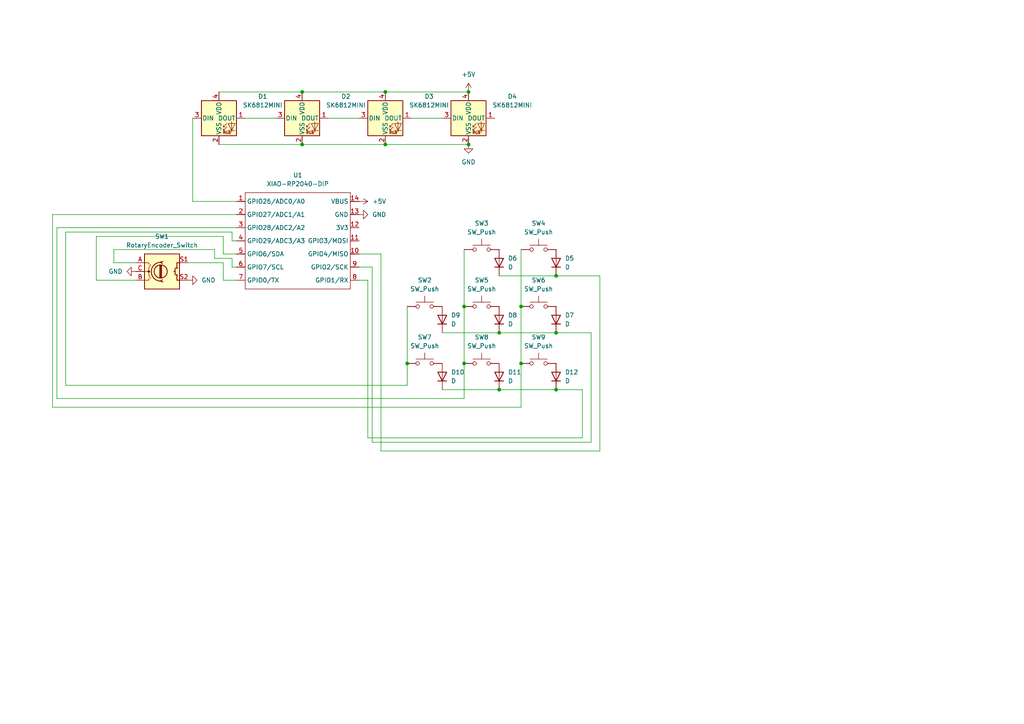
<source format=kicad_sch>
(kicad_sch
	(version 20231120)
	(generator "eeschema")
	(generator_version "8.0")
	(uuid "aaa4a536-375e-4fae-9297-9fe1145769bd")
	(paper "A4")
	(lib_symbols
		(symbol "Device:D"
			(pin_numbers hide)
			(pin_names
				(offset 1.016) hide)
			(exclude_from_sim no)
			(in_bom yes)
			(on_board yes)
			(property "Reference" "D"
				(at 0 2.54 0)
				(effects
					(font
						(size 1.27 1.27)
					)
				)
			)
			(property "Value" "D"
				(at 0 -2.54 0)
				(effects
					(font
						(size 1.27 1.27)
					)
				)
			)
			(property "Footprint" ""
				(at 0 0 0)
				(effects
					(font
						(size 1.27 1.27)
					)
					(hide yes)
				)
			)
			(property "Datasheet" "~"
				(at 0 0 0)
				(effects
					(font
						(size 1.27 1.27)
					)
					(hide yes)
				)
			)
			(property "Description" "Diode"
				(at 0 0 0)
				(effects
					(font
						(size 1.27 1.27)
					)
					(hide yes)
				)
			)
			(property "Sim.Device" "D"
				(at 0 0 0)
				(effects
					(font
						(size 1.27 1.27)
					)
					(hide yes)
				)
			)
			(property "Sim.Pins" "1=K 2=A"
				(at 0 0 0)
				(effects
					(font
						(size 1.27 1.27)
					)
					(hide yes)
				)
			)
			(property "ki_keywords" "diode"
				(at 0 0 0)
				(effects
					(font
						(size 1.27 1.27)
					)
					(hide yes)
				)
			)
			(property "ki_fp_filters" "TO-???* *_Diode_* *SingleDiode* D_*"
				(at 0 0 0)
				(effects
					(font
						(size 1.27 1.27)
					)
					(hide yes)
				)
			)
			(symbol "D_0_1"
				(polyline
					(pts
						(xy -1.27 1.27) (xy -1.27 -1.27)
					)
					(stroke
						(width 0.254)
						(type default)
					)
					(fill
						(type none)
					)
				)
				(polyline
					(pts
						(xy 1.27 0) (xy -1.27 0)
					)
					(stroke
						(width 0)
						(type default)
					)
					(fill
						(type none)
					)
				)
				(polyline
					(pts
						(xy 1.27 1.27) (xy 1.27 -1.27) (xy -1.27 0) (xy 1.27 1.27)
					)
					(stroke
						(width 0.254)
						(type default)
					)
					(fill
						(type none)
					)
				)
			)
			(symbol "D_1_1"
				(pin passive line
					(at -3.81 0 0)
					(length 2.54)
					(name "K"
						(effects
							(font
								(size 1.27 1.27)
							)
						)
					)
					(number "1"
						(effects
							(font
								(size 1.27 1.27)
							)
						)
					)
				)
				(pin passive line
					(at 3.81 0 180)
					(length 2.54)
					(name "A"
						(effects
							(font
								(size 1.27 1.27)
							)
						)
					)
					(number "2"
						(effects
							(font
								(size 1.27 1.27)
							)
						)
					)
				)
			)
		)
		(symbol "Device:RotaryEncoder_Switch"
			(pin_names
				(offset 0.254) hide)
			(exclude_from_sim no)
			(in_bom yes)
			(on_board yes)
			(property "Reference" "SW"
				(at 0 6.604 0)
				(effects
					(font
						(size 1.27 1.27)
					)
				)
			)
			(property "Value" "RotaryEncoder_Switch"
				(at 0 -6.604 0)
				(effects
					(font
						(size 1.27 1.27)
					)
				)
			)
			(property "Footprint" ""
				(at -3.81 4.064 0)
				(effects
					(font
						(size 1.27 1.27)
					)
					(hide yes)
				)
			)
			(property "Datasheet" "~"
				(at 0 6.604 0)
				(effects
					(font
						(size 1.27 1.27)
					)
					(hide yes)
				)
			)
			(property "Description" "Rotary encoder, dual channel, incremental quadrate outputs, with switch"
				(at 0 0 0)
				(effects
					(font
						(size 1.27 1.27)
					)
					(hide yes)
				)
			)
			(property "ki_keywords" "rotary switch encoder switch push button"
				(at 0 0 0)
				(effects
					(font
						(size 1.27 1.27)
					)
					(hide yes)
				)
			)
			(property "ki_fp_filters" "RotaryEncoder*Switch*"
				(at 0 0 0)
				(effects
					(font
						(size 1.27 1.27)
					)
					(hide yes)
				)
			)
			(symbol "RotaryEncoder_Switch_0_1"
				(rectangle
					(start -5.08 5.08)
					(end 5.08 -5.08)
					(stroke
						(width 0.254)
						(type default)
					)
					(fill
						(type background)
					)
				)
				(circle
					(center -3.81 0)
					(radius 0.254)
					(stroke
						(width 0)
						(type default)
					)
					(fill
						(type outline)
					)
				)
				(circle
					(center -0.381 0)
					(radius 1.905)
					(stroke
						(width 0.254)
						(type default)
					)
					(fill
						(type none)
					)
				)
				(arc
					(start -0.381 2.667)
					(mid -3.0988 -0.0635)
					(end -0.381 -2.794)
					(stroke
						(width 0.254)
						(type default)
					)
					(fill
						(type none)
					)
				)
				(polyline
					(pts
						(xy -0.635 -1.778) (xy -0.635 1.778)
					)
					(stroke
						(width 0.254)
						(type default)
					)
					(fill
						(type none)
					)
				)
				(polyline
					(pts
						(xy -0.381 -1.778) (xy -0.381 1.778)
					)
					(stroke
						(width 0.254)
						(type default)
					)
					(fill
						(type none)
					)
				)
				(polyline
					(pts
						(xy -0.127 1.778) (xy -0.127 -1.778)
					)
					(stroke
						(width 0.254)
						(type default)
					)
					(fill
						(type none)
					)
				)
				(polyline
					(pts
						(xy 3.81 0) (xy 3.429 0)
					)
					(stroke
						(width 0.254)
						(type default)
					)
					(fill
						(type none)
					)
				)
				(polyline
					(pts
						(xy 3.81 1.016) (xy 3.81 -1.016)
					)
					(stroke
						(width 0.254)
						(type default)
					)
					(fill
						(type none)
					)
				)
				(polyline
					(pts
						(xy -5.08 -2.54) (xy -3.81 -2.54) (xy -3.81 -2.032)
					)
					(stroke
						(width 0)
						(type default)
					)
					(fill
						(type none)
					)
				)
				(polyline
					(pts
						(xy -5.08 2.54) (xy -3.81 2.54) (xy -3.81 2.032)
					)
					(stroke
						(width 0)
						(type default)
					)
					(fill
						(type none)
					)
				)
				(polyline
					(pts
						(xy 0.254 -3.048) (xy -0.508 -2.794) (xy 0.127 -2.413)
					)
					(stroke
						(width 0.254)
						(type default)
					)
					(fill
						(type none)
					)
				)
				(polyline
					(pts
						(xy 0.254 2.921) (xy -0.508 2.667) (xy 0.127 2.286)
					)
					(stroke
						(width 0.254)
						(type default)
					)
					(fill
						(type none)
					)
				)
				(polyline
					(pts
						(xy 5.08 -2.54) (xy 4.318 -2.54) (xy 4.318 -1.016)
					)
					(stroke
						(width 0.254)
						(type default)
					)
					(fill
						(type none)
					)
				)
				(polyline
					(pts
						(xy 5.08 2.54) (xy 4.318 2.54) (xy 4.318 1.016)
					)
					(stroke
						(width 0.254)
						(type default)
					)
					(fill
						(type none)
					)
				)
				(polyline
					(pts
						(xy -5.08 0) (xy -3.81 0) (xy -3.81 -1.016) (xy -3.302 -2.032)
					)
					(stroke
						(width 0)
						(type default)
					)
					(fill
						(type none)
					)
				)
				(polyline
					(pts
						(xy -4.318 0) (xy -3.81 0) (xy -3.81 1.016) (xy -3.302 2.032)
					)
					(stroke
						(width 0)
						(type default)
					)
					(fill
						(type none)
					)
				)
				(circle
					(center 4.318 -1.016)
					(radius 0.127)
					(stroke
						(width 0.254)
						(type default)
					)
					(fill
						(type none)
					)
				)
				(circle
					(center 4.318 1.016)
					(radius 0.127)
					(stroke
						(width 0.254)
						(type default)
					)
					(fill
						(type none)
					)
				)
			)
			(symbol "RotaryEncoder_Switch_1_1"
				(pin passive line
					(at -7.62 2.54 0)
					(length 2.54)
					(name "A"
						(effects
							(font
								(size 1.27 1.27)
							)
						)
					)
					(number "A"
						(effects
							(font
								(size 1.27 1.27)
							)
						)
					)
				)
				(pin passive line
					(at -7.62 -2.54 0)
					(length 2.54)
					(name "B"
						(effects
							(font
								(size 1.27 1.27)
							)
						)
					)
					(number "B"
						(effects
							(font
								(size 1.27 1.27)
							)
						)
					)
				)
				(pin passive line
					(at -7.62 0 0)
					(length 2.54)
					(name "C"
						(effects
							(font
								(size 1.27 1.27)
							)
						)
					)
					(number "C"
						(effects
							(font
								(size 1.27 1.27)
							)
						)
					)
				)
				(pin passive line
					(at 7.62 2.54 180)
					(length 2.54)
					(name "S1"
						(effects
							(font
								(size 1.27 1.27)
							)
						)
					)
					(number "S1"
						(effects
							(font
								(size 1.27 1.27)
							)
						)
					)
				)
				(pin passive line
					(at 7.62 -2.54 180)
					(length 2.54)
					(name "S2"
						(effects
							(font
								(size 1.27 1.27)
							)
						)
					)
					(number "S2"
						(effects
							(font
								(size 1.27 1.27)
							)
						)
					)
				)
			)
		)
		(symbol "LED:SK6812MINI"
			(pin_names
				(offset 0.254)
			)
			(exclude_from_sim no)
			(in_bom yes)
			(on_board yes)
			(property "Reference" "D"
				(at 5.08 5.715 0)
				(effects
					(font
						(size 1.27 1.27)
					)
					(justify right bottom)
				)
			)
			(property "Value" "SK6812MINI"
				(at 1.27 -5.715 0)
				(effects
					(font
						(size 1.27 1.27)
					)
					(justify left top)
				)
			)
			(property "Footprint" "LED_SMD:LED_SK6812MINI_PLCC4_3.5x3.5mm_P1.75mm"
				(at 1.27 -7.62 0)
				(effects
					(font
						(size 1.27 1.27)
					)
					(justify left top)
					(hide yes)
				)
			)
			(property "Datasheet" "https://cdn-shop.adafruit.com/product-files/2686/SK6812MINI_REV.01-1-2.pdf"
				(at 2.54 -9.525 0)
				(effects
					(font
						(size 1.27 1.27)
					)
					(justify left top)
					(hide yes)
				)
			)
			(property "Description" "RGB LED with integrated controller"
				(at 0 0 0)
				(effects
					(font
						(size 1.27 1.27)
					)
					(hide yes)
				)
			)
			(property "ki_keywords" "RGB LED NeoPixel Mini addressable"
				(at 0 0 0)
				(effects
					(font
						(size 1.27 1.27)
					)
					(hide yes)
				)
			)
			(property "ki_fp_filters" "LED*SK6812MINI*PLCC*3.5x3.5mm*P1.75mm*"
				(at 0 0 0)
				(effects
					(font
						(size 1.27 1.27)
					)
					(hide yes)
				)
			)
			(symbol "SK6812MINI_0_0"
				(text "RGB"
					(at 2.286 -4.191 0)
					(effects
						(font
							(size 0.762 0.762)
						)
					)
				)
			)
			(symbol "SK6812MINI_0_1"
				(polyline
					(pts
						(xy 1.27 -3.556) (xy 1.778 -3.556)
					)
					(stroke
						(width 0)
						(type default)
					)
					(fill
						(type none)
					)
				)
				(polyline
					(pts
						(xy 1.27 -2.54) (xy 1.778 -2.54)
					)
					(stroke
						(width 0)
						(type default)
					)
					(fill
						(type none)
					)
				)
				(polyline
					(pts
						(xy 4.699 -3.556) (xy 2.667 -3.556)
					)
					(stroke
						(width 0)
						(type default)
					)
					(fill
						(type none)
					)
				)
				(polyline
					(pts
						(xy 2.286 -2.54) (xy 1.27 -3.556) (xy 1.27 -3.048)
					)
					(stroke
						(width 0)
						(type default)
					)
					(fill
						(type none)
					)
				)
				(polyline
					(pts
						(xy 2.286 -1.524) (xy 1.27 -2.54) (xy 1.27 -2.032)
					)
					(stroke
						(width 0)
						(type default)
					)
					(fill
						(type none)
					)
				)
				(polyline
					(pts
						(xy 3.683 -1.016) (xy 3.683 -3.556) (xy 3.683 -4.064)
					)
					(stroke
						(width 0)
						(type default)
					)
					(fill
						(type none)
					)
				)
				(polyline
					(pts
						(xy 4.699 -1.524) (xy 2.667 -1.524) (xy 3.683 -3.556) (xy 4.699 -1.524)
					)
					(stroke
						(width 0)
						(type default)
					)
					(fill
						(type none)
					)
				)
				(rectangle
					(start 5.08 5.08)
					(end -5.08 -5.08)
					(stroke
						(width 0.254)
						(type default)
					)
					(fill
						(type background)
					)
				)
			)
			(symbol "SK6812MINI_1_1"
				(pin output line
					(at 7.62 0 180)
					(length 2.54)
					(name "DOUT"
						(effects
							(font
								(size 1.27 1.27)
							)
						)
					)
					(number "1"
						(effects
							(font
								(size 1.27 1.27)
							)
						)
					)
				)
				(pin power_in line
					(at 0 -7.62 90)
					(length 2.54)
					(name "VSS"
						(effects
							(font
								(size 1.27 1.27)
							)
						)
					)
					(number "2"
						(effects
							(font
								(size 1.27 1.27)
							)
						)
					)
				)
				(pin input line
					(at -7.62 0 0)
					(length 2.54)
					(name "DIN"
						(effects
							(font
								(size 1.27 1.27)
							)
						)
					)
					(number "3"
						(effects
							(font
								(size 1.27 1.27)
							)
						)
					)
				)
				(pin power_in line
					(at 0 7.62 270)
					(length 2.54)
					(name "VDD"
						(effects
							(font
								(size 1.27 1.27)
							)
						)
					)
					(number "4"
						(effects
							(font
								(size 1.27 1.27)
							)
						)
					)
				)
			)
		)
		(symbol "Seeed_Studio_XIAO_Series:XIAO-RP2040-DIP"
			(exclude_from_sim no)
			(in_bom yes)
			(on_board yes)
			(property "Reference" "U"
				(at 0 0 0)
				(effects
					(font
						(size 1.27 1.27)
					)
				)
			)
			(property "Value" "XIAO-RP2040-DIP"
				(at 5.334 -1.778 0)
				(effects
					(font
						(size 1.27 1.27)
					)
				)
			)
			(property "Footprint" "Module:MOUDLE14P-XIAO-DIP-SMD"
				(at 14.478 -32.258 0)
				(effects
					(font
						(size 1.27 1.27)
					)
					(hide yes)
				)
			)
			(property "Datasheet" ""
				(at 0 0 0)
				(effects
					(font
						(size 1.27 1.27)
					)
					(hide yes)
				)
			)
			(property "Description" ""
				(at 0 0 0)
				(effects
					(font
						(size 1.27 1.27)
					)
					(hide yes)
				)
			)
			(symbol "XIAO-RP2040-DIP_1_0"
				(polyline
					(pts
						(xy -1.27 -30.48) (xy -1.27 -16.51)
					)
					(stroke
						(width 0.1524)
						(type solid)
					)
					(fill
						(type none)
					)
				)
				(polyline
					(pts
						(xy -1.27 -27.94) (xy -2.54 -27.94)
					)
					(stroke
						(width 0.1524)
						(type solid)
					)
					(fill
						(type none)
					)
				)
				(polyline
					(pts
						(xy -1.27 -24.13) (xy -2.54 -24.13)
					)
					(stroke
						(width 0.1524)
						(type solid)
					)
					(fill
						(type none)
					)
				)
				(polyline
					(pts
						(xy -1.27 -20.32) (xy -2.54 -20.32)
					)
					(stroke
						(width 0.1524)
						(type solid)
					)
					(fill
						(type none)
					)
				)
				(polyline
					(pts
						(xy -1.27 -16.51) (xy -2.54 -16.51)
					)
					(stroke
						(width 0.1524)
						(type solid)
					)
					(fill
						(type none)
					)
				)
				(polyline
					(pts
						(xy -1.27 -16.51) (xy -1.27 -12.7)
					)
					(stroke
						(width 0.1524)
						(type solid)
					)
					(fill
						(type none)
					)
				)
				(polyline
					(pts
						(xy -1.27 -12.7) (xy -2.54 -12.7)
					)
					(stroke
						(width 0.1524)
						(type solid)
					)
					(fill
						(type none)
					)
				)
				(polyline
					(pts
						(xy -1.27 -12.7) (xy -1.27 -8.89)
					)
					(stroke
						(width 0.1524)
						(type solid)
					)
					(fill
						(type none)
					)
				)
				(polyline
					(pts
						(xy -1.27 -8.89) (xy -2.54 -8.89)
					)
					(stroke
						(width 0.1524)
						(type solid)
					)
					(fill
						(type none)
					)
				)
				(polyline
					(pts
						(xy -1.27 -8.89) (xy -1.27 -5.08)
					)
					(stroke
						(width 0.1524)
						(type solid)
					)
					(fill
						(type none)
					)
				)
				(polyline
					(pts
						(xy -1.27 -5.08) (xy -2.54 -5.08)
					)
					(stroke
						(width 0.1524)
						(type solid)
					)
					(fill
						(type none)
					)
				)
				(polyline
					(pts
						(xy -1.27 -5.08) (xy -1.27 -2.54)
					)
					(stroke
						(width 0.1524)
						(type solid)
					)
					(fill
						(type none)
					)
				)
				(polyline
					(pts
						(xy -1.27 -2.54) (xy 29.21 -2.54)
					)
					(stroke
						(width 0.1524)
						(type solid)
					)
					(fill
						(type none)
					)
				)
				(polyline
					(pts
						(xy 29.21 -30.48) (xy -1.27 -30.48)
					)
					(stroke
						(width 0.1524)
						(type solid)
					)
					(fill
						(type none)
					)
				)
				(polyline
					(pts
						(xy 29.21 -12.7) (xy 29.21 -30.48)
					)
					(stroke
						(width 0.1524)
						(type solid)
					)
					(fill
						(type none)
					)
				)
				(polyline
					(pts
						(xy 29.21 -8.89) (xy 29.21 -12.7)
					)
					(stroke
						(width 0.1524)
						(type solid)
					)
					(fill
						(type none)
					)
				)
				(polyline
					(pts
						(xy 29.21 -5.08) (xy 29.21 -8.89)
					)
					(stroke
						(width 0.1524)
						(type solid)
					)
					(fill
						(type none)
					)
				)
				(polyline
					(pts
						(xy 29.21 -2.54) (xy 29.21 -5.08)
					)
					(stroke
						(width 0.1524)
						(type solid)
					)
					(fill
						(type none)
					)
				)
				(polyline
					(pts
						(xy 30.48 -27.94) (xy 29.21 -27.94)
					)
					(stroke
						(width 0.1524)
						(type solid)
					)
					(fill
						(type none)
					)
				)
				(polyline
					(pts
						(xy 30.48 -24.13) (xy 29.21 -24.13)
					)
					(stroke
						(width 0.1524)
						(type solid)
					)
					(fill
						(type none)
					)
				)
				(polyline
					(pts
						(xy 30.48 -20.32) (xy 29.21 -20.32)
					)
					(stroke
						(width 0.1524)
						(type solid)
					)
					(fill
						(type none)
					)
				)
				(polyline
					(pts
						(xy 30.48 -16.51) (xy 29.21 -16.51)
					)
					(stroke
						(width 0.1524)
						(type solid)
					)
					(fill
						(type none)
					)
				)
				(polyline
					(pts
						(xy 30.48 -12.7) (xy 29.21 -12.7)
					)
					(stroke
						(width 0.1524)
						(type solid)
					)
					(fill
						(type none)
					)
				)
				(polyline
					(pts
						(xy 30.48 -8.89) (xy 29.21 -8.89)
					)
					(stroke
						(width 0.1524)
						(type solid)
					)
					(fill
						(type none)
					)
				)
				(polyline
					(pts
						(xy 30.48 -5.08) (xy 29.21 -5.08)
					)
					(stroke
						(width 0.1524)
						(type solid)
					)
					(fill
						(type none)
					)
				)
				(pin passive line
					(at -3.81 -5.08 0)
					(length 2.54)
					(name "GPIO26/ADC0/A0"
						(effects
							(font
								(size 1.27 1.27)
							)
						)
					)
					(number "1"
						(effects
							(font
								(size 1.27 1.27)
							)
						)
					)
				)
				(pin passive line
					(at 31.75 -20.32 180)
					(length 2.54)
					(name "GPIO4/MISO"
						(effects
							(font
								(size 1.27 1.27)
							)
						)
					)
					(number "10"
						(effects
							(font
								(size 1.27 1.27)
							)
						)
					)
				)
				(pin passive line
					(at 31.75 -16.51 180)
					(length 2.54)
					(name "GPIO3/MOSI"
						(effects
							(font
								(size 1.27 1.27)
							)
						)
					)
					(number "11"
						(effects
							(font
								(size 1.27 1.27)
							)
						)
					)
				)
				(pin passive line
					(at 31.75 -12.7 180)
					(length 2.54)
					(name "3V3"
						(effects
							(font
								(size 1.27 1.27)
							)
						)
					)
					(number "12"
						(effects
							(font
								(size 1.27 1.27)
							)
						)
					)
				)
				(pin passive line
					(at 31.75 -8.89 180)
					(length 2.54)
					(name "GND"
						(effects
							(font
								(size 1.27 1.27)
							)
						)
					)
					(number "13"
						(effects
							(font
								(size 1.27 1.27)
							)
						)
					)
				)
				(pin passive line
					(at 31.75 -5.08 180)
					(length 2.54)
					(name "VBUS"
						(effects
							(font
								(size 1.27 1.27)
							)
						)
					)
					(number "14"
						(effects
							(font
								(size 1.27 1.27)
							)
						)
					)
				)
				(pin passive line
					(at -3.81 -8.89 0)
					(length 2.54)
					(name "GPIO27/ADC1/A1"
						(effects
							(font
								(size 1.27 1.27)
							)
						)
					)
					(number "2"
						(effects
							(font
								(size 1.27 1.27)
							)
						)
					)
				)
				(pin passive line
					(at -3.81 -12.7 0)
					(length 2.54)
					(name "GPIO28/ADC2/A2"
						(effects
							(font
								(size 1.27 1.27)
							)
						)
					)
					(number "3"
						(effects
							(font
								(size 1.27 1.27)
							)
						)
					)
				)
				(pin passive line
					(at -3.81 -16.51 0)
					(length 2.54)
					(name "GPIO29/ADC3/A3"
						(effects
							(font
								(size 1.27 1.27)
							)
						)
					)
					(number "4"
						(effects
							(font
								(size 1.27 1.27)
							)
						)
					)
				)
				(pin passive line
					(at -3.81 -20.32 0)
					(length 2.54)
					(name "GPIO6/SDA"
						(effects
							(font
								(size 1.27 1.27)
							)
						)
					)
					(number "5"
						(effects
							(font
								(size 1.27 1.27)
							)
						)
					)
				)
				(pin passive line
					(at -3.81 -24.13 0)
					(length 2.54)
					(name "GPIO7/SCL"
						(effects
							(font
								(size 1.27 1.27)
							)
						)
					)
					(number "6"
						(effects
							(font
								(size 1.27 1.27)
							)
						)
					)
				)
				(pin passive line
					(at -3.81 -27.94 0)
					(length 2.54)
					(name "GPIO0/TX"
						(effects
							(font
								(size 1.27 1.27)
							)
						)
					)
					(number "7"
						(effects
							(font
								(size 1.27 1.27)
							)
						)
					)
				)
				(pin passive line
					(at 31.75 -27.94 180)
					(length 2.54)
					(name "GPIO1/RX"
						(effects
							(font
								(size 1.27 1.27)
							)
						)
					)
					(number "8"
						(effects
							(font
								(size 1.27 1.27)
							)
						)
					)
				)
				(pin passive line
					(at 31.75 -24.13 180)
					(length 2.54)
					(name "GPIO2/SCK"
						(effects
							(font
								(size 1.27 1.27)
							)
						)
					)
					(number "9"
						(effects
							(font
								(size 1.27 1.27)
							)
						)
					)
				)
			)
		)
		(symbol "Switch:SW_Push"
			(pin_numbers hide)
			(pin_names
				(offset 1.016) hide)
			(exclude_from_sim no)
			(in_bom yes)
			(on_board yes)
			(property "Reference" "SW"
				(at 1.27 2.54 0)
				(effects
					(font
						(size 1.27 1.27)
					)
					(justify left)
				)
			)
			(property "Value" "SW_Push"
				(at 0 -1.524 0)
				(effects
					(font
						(size 1.27 1.27)
					)
				)
			)
			(property "Footprint" ""
				(at 0 5.08 0)
				(effects
					(font
						(size 1.27 1.27)
					)
					(hide yes)
				)
			)
			(property "Datasheet" "~"
				(at 0 5.08 0)
				(effects
					(font
						(size 1.27 1.27)
					)
					(hide yes)
				)
			)
			(property "Description" "Push button switch, generic, two pins"
				(at 0 0 0)
				(effects
					(font
						(size 1.27 1.27)
					)
					(hide yes)
				)
			)
			(property "ki_keywords" "switch normally-open pushbutton push-button"
				(at 0 0 0)
				(effects
					(font
						(size 1.27 1.27)
					)
					(hide yes)
				)
			)
			(symbol "SW_Push_0_1"
				(circle
					(center -2.032 0)
					(radius 0.508)
					(stroke
						(width 0)
						(type default)
					)
					(fill
						(type none)
					)
				)
				(polyline
					(pts
						(xy 0 1.27) (xy 0 3.048)
					)
					(stroke
						(width 0)
						(type default)
					)
					(fill
						(type none)
					)
				)
				(polyline
					(pts
						(xy 2.54 1.27) (xy -2.54 1.27)
					)
					(stroke
						(width 0)
						(type default)
					)
					(fill
						(type none)
					)
				)
				(circle
					(center 2.032 0)
					(radius 0.508)
					(stroke
						(width 0)
						(type default)
					)
					(fill
						(type none)
					)
				)
				(pin passive line
					(at -5.08 0 0)
					(length 2.54)
					(name "1"
						(effects
							(font
								(size 1.27 1.27)
							)
						)
					)
					(number "1"
						(effects
							(font
								(size 1.27 1.27)
							)
						)
					)
				)
				(pin passive line
					(at 5.08 0 180)
					(length 2.54)
					(name "2"
						(effects
							(font
								(size 1.27 1.27)
							)
						)
					)
					(number "2"
						(effects
							(font
								(size 1.27 1.27)
							)
						)
					)
				)
			)
		)
		(symbol "power:+5V"
			(power)
			(pin_numbers hide)
			(pin_names
				(offset 0) hide)
			(exclude_from_sim no)
			(in_bom yes)
			(on_board yes)
			(property "Reference" "#PWR"
				(at 0 -3.81 0)
				(effects
					(font
						(size 1.27 1.27)
					)
					(hide yes)
				)
			)
			(property "Value" "+5V"
				(at 0 3.556 0)
				(effects
					(font
						(size 1.27 1.27)
					)
				)
			)
			(property "Footprint" ""
				(at 0 0 0)
				(effects
					(font
						(size 1.27 1.27)
					)
					(hide yes)
				)
			)
			(property "Datasheet" ""
				(at 0 0 0)
				(effects
					(font
						(size 1.27 1.27)
					)
					(hide yes)
				)
			)
			(property "Description" "Power symbol creates a global label with name \"+5V\""
				(at 0 0 0)
				(effects
					(font
						(size 1.27 1.27)
					)
					(hide yes)
				)
			)
			(property "ki_keywords" "global power"
				(at 0 0 0)
				(effects
					(font
						(size 1.27 1.27)
					)
					(hide yes)
				)
			)
			(symbol "+5V_0_1"
				(polyline
					(pts
						(xy -0.762 1.27) (xy 0 2.54)
					)
					(stroke
						(width 0)
						(type default)
					)
					(fill
						(type none)
					)
				)
				(polyline
					(pts
						(xy 0 0) (xy 0 2.54)
					)
					(stroke
						(width 0)
						(type default)
					)
					(fill
						(type none)
					)
				)
				(polyline
					(pts
						(xy 0 2.54) (xy 0.762 1.27)
					)
					(stroke
						(width 0)
						(type default)
					)
					(fill
						(type none)
					)
				)
			)
			(symbol "+5V_1_1"
				(pin power_in line
					(at 0 0 90)
					(length 0)
					(name "~"
						(effects
							(font
								(size 1.27 1.27)
							)
						)
					)
					(number "1"
						(effects
							(font
								(size 1.27 1.27)
							)
						)
					)
				)
			)
		)
		(symbol "power:GND"
			(power)
			(pin_numbers hide)
			(pin_names
				(offset 0) hide)
			(exclude_from_sim no)
			(in_bom yes)
			(on_board yes)
			(property "Reference" "#PWR"
				(at 0 -6.35 0)
				(effects
					(font
						(size 1.27 1.27)
					)
					(hide yes)
				)
			)
			(property "Value" "GND"
				(at 0 -3.81 0)
				(effects
					(font
						(size 1.27 1.27)
					)
				)
			)
			(property "Footprint" ""
				(at 0 0 0)
				(effects
					(font
						(size 1.27 1.27)
					)
					(hide yes)
				)
			)
			(property "Datasheet" ""
				(at 0 0 0)
				(effects
					(font
						(size 1.27 1.27)
					)
					(hide yes)
				)
			)
			(property "Description" "Power symbol creates a global label with name \"GND\" , ground"
				(at 0 0 0)
				(effects
					(font
						(size 1.27 1.27)
					)
					(hide yes)
				)
			)
			(property "ki_keywords" "global power"
				(at 0 0 0)
				(effects
					(font
						(size 1.27 1.27)
					)
					(hide yes)
				)
			)
			(symbol "GND_0_1"
				(polyline
					(pts
						(xy 0 0) (xy 0 -1.27) (xy 1.27 -1.27) (xy 0 -2.54) (xy -1.27 -1.27) (xy 0 -1.27)
					)
					(stroke
						(width 0)
						(type default)
					)
					(fill
						(type none)
					)
				)
			)
			(symbol "GND_1_1"
				(pin power_in line
					(at 0 0 270)
					(length 0)
					(name "~"
						(effects
							(font
								(size 1.27 1.27)
							)
						)
					)
					(number "1"
						(effects
							(font
								(size 1.27 1.27)
							)
						)
					)
				)
			)
		)
	)
	(junction
		(at 134.62 88.9)
		(diameter 0)
		(color 0 0 0 0)
		(uuid "1de62d80-5678-4e17-96e2-1d786c12e89d")
	)
	(junction
		(at 144.78 113.03)
		(diameter 0)
		(color 0 0 0 0)
		(uuid "1fdb957b-ad2a-4a3c-bb56-702c0a813be3")
	)
	(junction
		(at 151.13 105.41)
		(diameter 0)
		(color 0 0 0 0)
		(uuid "341da9c1-055f-477e-be3e-6ff1e3a78228")
	)
	(junction
		(at 161.29 113.03)
		(diameter 0)
		(color 0 0 0 0)
		(uuid "3c9e9c5f-a2dd-4df6-96b0-a39393b5ee9f")
	)
	(junction
		(at 135.89 41.91)
		(diameter 0)
		(color 0 0 0 0)
		(uuid "4efb3017-15c6-42b4-bf2b-b7fc95f1f76a")
	)
	(junction
		(at 111.76 41.91)
		(diameter 0)
		(color 0 0 0 0)
		(uuid "55734507-0bec-488e-a978-c1f11e8d631b")
	)
	(junction
		(at 161.29 80.01)
		(diameter 0)
		(color 0 0 0 0)
		(uuid "72e5ef4e-0a1c-4878-97ba-38b2af18ab9d")
	)
	(junction
		(at 87.63 41.91)
		(diameter 0)
		(color 0 0 0 0)
		(uuid "759f2bda-70d4-4b16-a82b-3c841022ac3f")
	)
	(junction
		(at 144.78 96.52)
		(diameter 0)
		(color 0 0 0 0)
		(uuid "7bef50ad-4aef-463b-b6ab-2f3776050e1f")
	)
	(junction
		(at 111.76 26.67)
		(diameter 0)
		(color 0 0 0 0)
		(uuid "813ccacb-de10-4cbd-8324-c48d20529606")
	)
	(junction
		(at 135.89 26.67)
		(diameter 0)
		(color 0 0 0 0)
		(uuid "9a6ccb1d-80b3-4dab-867a-052d46b2d411")
	)
	(junction
		(at 151.13 88.9)
		(diameter 0)
		(color 0 0 0 0)
		(uuid "a551a36f-26b9-40a2-a872-542e2b1802da")
	)
	(junction
		(at 118.11 105.41)
		(diameter 0)
		(color 0 0 0 0)
		(uuid "c5add973-0755-45b9-a84d-4919da663b94")
	)
	(junction
		(at 134.62 105.41)
		(diameter 0)
		(color 0 0 0 0)
		(uuid "c856a920-a6a7-4d4a-b64e-0eb0fdfd86a3")
	)
	(junction
		(at 87.63 26.67)
		(diameter 0)
		(color 0 0 0 0)
		(uuid "ca6426d1-57cb-47d2-939e-5ea6e4cc5c46")
	)
	(junction
		(at 161.29 96.52)
		(diameter 0)
		(color 0 0 0 0)
		(uuid "fc654534-c6db-4d1e-9abe-1c8c02dd9b7a")
	)
	(wire
		(pts
			(xy 119.38 34.29) (xy 128.27 34.29)
		)
		(stroke
			(width 0)
			(type default)
		)
		(uuid "043ececa-0f57-4a11-9ef8-25639089a3b1")
	)
	(wire
		(pts
			(xy 55.88 34.29) (xy 55.88 58.42)
		)
		(stroke
			(width 0)
			(type default)
		)
		(uuid "0a67ecd3-a219-41b1-8d80-5334f2d2f4ec")
	)
	(wire
		(pts
			(xy 95.25 34.29) (xy 104.14 34.29)
		)
		(stroke
			(width 0)
			(type default)
		)
		(uuid "114311c6-b760-4921-b1b3-a07a9b71495a")
	)
	(wire
		(pts
			(xy 64.77 68.58) (xy 64.77 73.66)
		)
		(stroke
			(width 0)
			(type default)
		)
		(uuid "1304460f-9cc8-4eec-bf2d-85f9718945ec")
	)
	(wire
		(pts
			(xy 128.27 113.03) (xy 144.78 113.03)
		)
		(stroke
			(width 0)
			(type default)
		)
		(uuid "1ca8bd09-fd99-48a0-8b09-1462d0980338")
	)
	(wire
		(pts
			(xy 134.62 88.9) (xy 134.62 105.41)
		)
		(stroke
			(width 0)
			(type default)
		)
		(uuid "1cc6a176-ab01-4596-890e-ebc9d9e2db8e")
	)
	(wire
		(pts
			(xy 111.76 41.91) (xy 135.89 41.91)
		)
		(stroke
			(width 0)
			(type default)
		)
		(uuid "2169881b-7ce0-48be-97ea-6016c68cab8d")
	)
	(wire
		(pts
			(xy 134.62 105.41) (xy 134.62 115.57)
		)
		(stroke
			(width 0)
			(type default)
		)
		(uuid "2a909482-ca99-456f-bdc4-7ec3920cbf8c")
	)
	(wire
		(pts
			(xy 54.61 76.2) (xy 64.77 76.2)
		)
		(stroke
			(width 0)
			(type default)
		)
		(uuid "2dbc79c8-e9ed-4195-bc31-26e627cdbf51")
	)
	(wire
		(pts
			(xy 151.13 72.39) (xy 151.13 88.9)
		)
		(stroke
			(width 0)
			(type default)
		)
		(uuid "2dd119cc-c391-4100-93cc-70fc96d37d0d")
	)
	(wire
		(pts
			(xy 161.29 113.03) (xy 168.91 113.03)
		)
		(stroke
			(width 0)
			(type default)
		)
		(uuid "30b63b29-a758-40c7-a8f0-241927431e14")
	)
	(wire
		(pts
			(xy 106.68 127) (xy 106.68 81.28)
		)
		(stroke
			(width 0)
			(type default)
		)
		(uuid "30f3ebf4-d0af-4555-90da-b32b18b971b0")
	)
	(wire
		(pts
			(xy 55.88 58.42) (xy 68.58 58.42)
		)
		(stroke
			(width 0)
			(type default)
		)
		(uuid "314aa77c-1efa-45ab-b34c-182b83b6669d")
	)
	(wire
		(pts
			(xy 63.5 41.91) (xy 87.63 41.91)
		)
		(stroke
			(width 0)
			(type default)
		)
		(uuid "4271f590-9a06-47b7-8878-2a60922c76ce")
	)
	(wire
		(pts
			(xy 144.78 113.03) (xy 161.29 113.03)
		)
		(stroke
			(width 0)
			(type default)
		)
		(uuid "43e69e3e-b416-422d-8f13-dcc2020a4439")
	)
	(wire
		(pts
			(xy 168.91 127) (xy 106.68 127)
		)
		(stroke
			(width 0)
			(type default)
		)
		(uuid "4402af8a-9a6e-4e7d-b5fe-551d8445698f")
	)
	(wire
		(pts
			(xy 111.76 26.67) (xy 135.89 26.67)
		)
		(stroke
			(width 0)
			(type default)
		)
		(uuid "4c4b5f58-92af-4586-8903-c3b57fb8f36d")
	)
	(wire
		(pts
			(xy 151.13 88.9) (xy 151.13 105.41)
		)
		(stroke
			(width 0)
			(type default)
		)
		(uuid "4e171188-1824-45c2-985c-581dff2b12d3")
	)
	(wire
		(pts
			(xy 134.62 72.39) (xy 134.62 88.9)
		)
		(stroke
			(width 0)
			(type default)
		)
		(uuid "4f98dde8-0e6f-4f80-b4e3-e3ab9872bcd3")
	)
	(wire
		(pts
			(xy 16.51 115.57) (xy 16.51 66.04)
		)
		(stroke
			(width 0)
			(type default)
		)
		(uuid "4fe70ca2-ccec-4ae7-8617-e6194d807a09")
	)
	(wire
		(pts
			(xy 27.94 68.58) (xy 64.77 68.58)
		)
		(stroke
			(width 0)
			(type default)
		)
		(uuid "50350b9d-fdb5-4261-b9ab-3ce20109ce14")
	)
	(wire
		(pts
			(xy 171.45 96.52) (xy 171.45 128.27)
		)
		(stroke
			(width 0)
			(type default)
		)
		(uuid "517f4707-ce89-47a6-b300-2c9870206ebd")
	)
	(wire
		(pts
			(xy 67.31 74.93) (xy 67.31 77.47)
		)
		(stroke
			(width 0)
			(type default)
		)
		(uuid "51d64daa-8f0c-4c66-9f19-be6d0ae8686e")
	)
	(wire
		(pts
			(xy 144.78 96.52) (xy 161.29 96.52)
		)
		(stroke
			(width 0)
			(type default)
		)
		(uuid "5213ca9d-a8f6-461f-8c6d-ccdb0af5dca4")
	)
	(wire
		(pts
			(xy 64.77 73.66) (xy 68.58 73.66)
		)
		(stroke
			(width 0)
			(type default)
		)
		(uuid "53b21b03-8f6f-47e7-b81e-181f3532d321")
	)
	(wire
		(pts
			(xy 151.13 118.11) (xy 15.24 118.11)
		)
		(stroke
			(width 0)
			(type default)
		)
		(uuid "59a6d847-1c65-4d85-8c75-102a3d74f27b")
	)
	(wire
		(pts
			(xy 107.95 77.47) (xy 104.14 77.47)
		)
		(stroke
			(width 0)
			(type default)
		)
		(uuid "62a4e910-5365-4232-b2c8-0dd7ab74cb44")
	)
	(wire
		(pts
			(xy 128.27 96.52) (xy 144.78 96.52)
		)
		(stroke
			(width 0)
			(type default)
		)
		(uuid "6712351a-c4b2-4d24-9bcd-bbdea0f9d6a8")
	)
	(wire
		(pts
			(xy 110.49 73.66) (xy 104.14 73.66)
		)
		(stroke
			(width 0)
			(type default)
		)
		(uuid "6797f433-b712-4fd3-ad50-ce46b8377544")
	)
	(wire
		(pts
			(xy 173.99 130.81) (xy 110.49 130.81)
		)
		(stroke
			(width 0)
			(type default)
		)
		(uuid "6bffa276-be0e-44c2-90f4-ea95a96759a3")
	)
	(wire
		(pts
			(xy 39.37 76.2) (xy 33.02 76.2)
		)
		(stroke
			(width 0)
			(type default)
		)
		(uuid "705435ce-2838-4410-a23c-ea0f407befd1")
	)
	(wire
		(pts
			(xy 62.23 74.93) (xy 67.31 74.93)
		)
		(stroke
			(width 0)
			(type default)
		)
		(uuid "71975c67-9e2f-4c41-89d7-498f0d2a452d")
	)
	(wire
		(pts
			(xy 106.68 81.28) (xy 104.14 81.28)
		)
		(stroke
			(width 0)
			(type default)
		)
		(uuid "734dbe30-1091-42e2-8502-056aab195303")
	)
	(wire
		(pts
			(xy 67.31 69.85) (xy 68.58 69.85)
		)
		(stroke
			(width 0)
			(type default)
		)
		(uuid "8dc8c4ff-ca4a-4897-a15c-88784545ca75")
	)
	(wire
		(pts
			(xy 63.5 26.67) (xy 87.63 26.67)
		)
		(stroke
			(width 0)
			(type default)
		)
		(uuid "8f038766-f9f8-4d63-a80a-c8b88af07c01")
	)
	(wire
		(pts
			(xy 87.63 41.91) (xy 111.76 41.91)
		)
		(stroke
			(width 0)
			(type default)
		)
		(uuid "902ae7fb-1b44-461f-b448-b4b82a19fff3")
	)
	(wire
		(pts
			(xy 15.24 62.23) (xy 68.58 62.23)
		)
		(stroke
			(width 0)
			(type default)
		)
		(uuid "9096fe33-a8be-420e-a9f3-316fd41f9211")
	)
	(wire
		(pts
			(xy 161.29 96.52) (xy 171.45 96.52)
		)
		(stroke
			(width 0)
			(type default)
		)
		(uuid "90f0bff8-1d2e-4988-a73e-3480831d69b0")
	)
	(wire
		(pts
			(xy 39.37 81.28) (xy 27.94 81.28)
		)
		(stroke
			(width 0)
			(type default)
		)
		(uuid "9a744766-4919-4279-872b-5cb7872b253f")
	)
	(wire
		(pts
			(xy 19.05 67.31) (xy 67.31 67.31)
		)
		(stroke
			(width 0)
			(type default)
		)
		(uuid "9cd8c05a-3941-46bb-a37d-ec2cbeda9ec2")
	)
	(wire
		(pts
			(xy 107.95 128.27) (xy 107.95 77.47)
		)
		(stroke
			(width 0)
			(type default)
		)
		(uuid "a3b901f6-ce5f-4a77-96d0-b85c716c49de")
	)
	(wire
		(pts
			(xy 64.77 81.28) (xy 68.58 81.28)
		)
		(stroke
			(width 0)
			(type default)
		)
		(uuid "a59d0411-f1f3-40ab-818c-a18e9941011a")
	)
	(wire
		(pts
			(xy 33.02 76.2) (xy 33.02 72.39)
		)
		(stroke
			(width 0)
			(type default)
		)
		(uuid "a658fb2c-26c3-426d-91a8-db75e58199d6")
	)
	(wire
		(pts
			(xy 151.13 105.41) (xy 151.13 118.11)
		)
		(stroke
			(width 0)
			(type default)
		)
		(uuid "b5353b8b-f10d-496a-b0a5-dda313621bb0")
	)
	(wire
		(pts
			(xy 62.23 72.39) (xy 62.23 74.93)
		)
		(stroke
			(width 0)
			(type default)
		)
		(uuid "bc66373a-d7be-49df-ac8e-1eeb9b5fdec7")
	)
	(wire
		(pts
			(xy 19.05 111.76) (xy 19.05 67.31)
		)
		(stroke
			(width 0)
			(type default)
		)
		(uuid "be9947e8-aac9-4b6f-9118-949f6f2d5dcf")
	)
	(wire
		(pts
			(xy 118.11 105.41) (xy 118.11 111.76)
		)
		(stroke
			(width 0)
			(type default)
		)
		(uuid "c72b5331-1a14-489c-821a-93e7551c4628")
	)
	(wire
		(pts
			(xy 118.11 88.9) (xy 118.11 105.41)
		)
		(stroke
			(width 0)
			(type default)
		)
		(uuid "ccd6cbf2-cc57-49c1-81b0-8cc0663ba4b7")
	)
	(wire
		(pts
			(xy 134.62 115.57) (xy 16.51 115.57)
		)
		(stroke
			(width 0)
			(type default)
		)
		(uuid "d0679cc8-deeb-4bef-a3f3-cd187951e0f4")
	)
	(wire
		(pts
			(xy 168.91 113.03) (xy 168.91 127)
		)
		(stroke
			(width 0)
			(type default)
		)
		(uuid "d3140556-6fa2-4fce-9106-d9d6d8623958")
	)
	(wire
		(pts
			(xy 27.94 81.28) (xy 27.94 68.58)
		)
		(stroke
			(width 0)
			(type default)
		)
		(uuid "d3fc541b-d375-41ae-83a3-03fc5369a819")
	)
	(wire
		(pts
			(xy 64.77 76.2) (xy 64.77 81.28)
		)
		(stroke
			(width 0)
			(type default)
		)
		(uuid "d6d92616-1e65-4f4c-abea-b137cac20027")
	)
	(wire
		(pts
			(xy 118.11 111.76) (xy 19.05 111.76)
		)
		(stroke
			(width 0)
			(type default)
		)
		(uuid "daaee364-39bf-4bd2-81d7-07f2775b04e1")
	)
	(wire
		(pts
			(xy 67.31 67.31) (xy 67.31 69.85)
		)
		(stroke
			(width 0)
			(type default)
		)
		(uuid "dbe28936-07c8-4a1a-81cb-21db9fc06206")
	)
	(wire
		(pts
			(xy 15.24 118.11) (xy 15.24 62.23)
		)
		(stroke
			(width 0)
			(type default)
		)
		(uuid "df7d3fa3-6929-4a59-9c51-105d0b933a9f")
	)
	(wire
		(pts
			(xy 16.51 66.04) (xy 68.58 66.04)
		)
		(stroke
			(width 0)
			(type default)
		)
		(uuid "e26982ac-54da-4a1d-ab37-b9c782a3ab7e")
	)
	(wire
		(pts
			(xy 71.12 34.29) (xy 80.01 34.29)
		)
		(stroke
			(width 0)
			(type default)
		)
		(uuid "e550027b-c31e-48c8-a4c2-66605f281f09")
	)
	(wire
		(pts
			(xy 87.63 26.67) (xy 111.76 26.67)
		)
		(stroke
			(width 0)
			(type default)
		)
		(uuid "e7eddc04-0dbf-40b8-a6fe-54e7c24b28b2")
	)
	(wire
		(pts
			(xy 144.78 80.01) (xy 161.29 80.01)
		)
		(stroke
			(width 0)
			(type default)
		)
		(uuid "ebdb4c21-f21e-431d-80d0-43192bc6f855")
	)
	(wire
		(pts
			(xy 33.02 72.39) (xy 62.23 72.39)
		)
		(stroke
			(width 0)
			(type default)
		)
		(uuid "ec7cd69d-a1c1-4aa4-b423-156fc9a874d9")
	)
	(wire
		(pts
			(xy 110.49 130.81) (xy 110.49 73.66)
		)
		(stroke
			(width 0)
			(type default)
		)
		(uuid "f45b9837-c290-40d1-b783-083ab9c01e96")
	)
	(wire
		(pts
			(xy 173.99 80.01) (xy 173.99 130.81)
		)
		(stroke
			(width 0)
			(type default)
		)
		(uuid "f638d423-f729-40cb-81ca-e40e1de0a4f7")
	)
	(wire
		(pts
			(xy 171.45 128.27) (xy 107.95 128.27)
		)
		(stroke
			(width 0)
			(type default)
		)
		(uuid "f9ad3bba-b324-40b2-8de0-1fa5fb0221ca")
	)
	(wire
		(pts
			(xy 67.31 77.47) (xy 68.58 77.47)
		)
		(stroke
			(width 0)
			(type default)
		)
		(uuid "fa59edd7-807c-4aeb-adba-d106a2965a3e")
	)
	(wire
		(pts
			(xy 161.29 80.01) (xy 173.99 80.01)
		)
		(stroke
			(width 0)
			(type default)
		)
		(uuid "fbdb4de5-7d00-4baa-b342-8b647db017ce")
	)
	(symbol
		(lib_id "LED:SK6812MINI")
		(at 63.5 34.29 0)
		(unit 1)
		(exclude_from_sim no)
		(in_bom yes)
		(on_board yes)
		(dnp no)
		(fields_autoplaced yes)
		(uuid "0fa0616a-282e-4e36-aab7-13e01875cf67")
		(property "Reference" "D1"
			(at 76.2 27.9714 0)
			(effects
				(font
					(size 1.27 1.27)
				)
			)
		)
		(property "Value" "SK6812MINI"
			(at 76.2 30.5114 0)
			(effects
				(font
					(size 1.27 1.27)
				)
			)
		)
		(property "Footprint" "LED_SMD:LED_SK6812MINI_PLCC4_3.5x3.5mm_P1.75mm"
			(at 64.77 41.91 0)
			(effects
				(font
					(size 1.27 1.27)
				)
				(justify left top)
				(hide yes)
			)
		)
		(property "Datasheet" "https://cdn-shop.adafruit.com/product-files/2686/SK6812MINI_REV.01-1-2.pdf"
			(at 66.04 43.815 0)
			(effects
				(font
					(size 1.27 1.27)
				)
				(justify left top)
				(hide yes)
			)
		)
		(property "Description" "RGB LED with integrated controller"
			(at 63.5 34.29 0)
			(effects
				(font
					(size 1.27 1.27)
				)
				(hide yes)
			)
		)
		(pin "1"
			(uuid "e22dad32-1f35-4cc8-aac2-2803f832cead")
		)
		(pin "3"
			(uuid "567e71d3-e5c6-4e72-9bf8-99dcfef12763")
		)
		(pin "2"
			(uuid "4417c282-cf24-49c2-9556-eb2dbef19c25")
		)
		(pin "4"
			(uuid "72f389a4-5f54-41f1-9fe6-1b12868fa122")
		)
		(instances
			(project ""
				(path "/aaa4a536-375e-4fae-9297-9fe1145769bd"
					(reference "D1")
					(unit 1)
				)
			)
		)
	)
	(symbol
		(lib_id "LED:SK6812MINI")
		(at 111.76 34.29 0)
		(unit 1)
		(exclude_from_sim no)
		(in_bom yes)
		(on_board yes)
		(dnp no)
		(uuid "10ac0213-0559-4b82-88e1-5837f0223895")
		(property "Reference" "D3"
			(at 124.46 27.9714 0)
			(effects
				(font
					(size 1.27 1.27)
				)
			)
		)
		(property "Value" "SK6812MINI"
			(at 124.46 30.5114 0)
			(effects
				(font
					(size 1.27 1.27)
				)
			)
		)
		(property "Footprint" "LED_SMD:LED_SK6812MINI_PLCC4_3.5x3.5mm_P1.75mm"
			(at 113.03 41.91 0)
			(effects
				(font
					(size 1.27 1.27)
				)
				(justify left top)
				(hide yes)
			)
		)
		(property "Datasheet" "https://cdn-shop.adafruit.com/product-files/2686/SK6812MINI_REV.01-1-2.pdf"
			(at 114.3 43.815 0)
			(effects
				(font
					(size 1.27 1.27)
				)
				(justify left top)
				(hide yes)
			)
		)
		(property "Description" "RGB LED with integrated controller"
			(at 111.76 34.29 0)
			(effects
				(font
					(size 1.27 1.27)
				)
				(hide yes)
			)
		)
		(pin "1"
			(uuid "626ee759-1b95-41d1-b60d-ced6692e0129")
		)
		(pin "3"
			(uuid "d580d0ac-1463-4a0c-83fb-f59cf35c411c")
		)
		(pin "2"
			(uuid "b3e1db68-87f1-4481-ae61-b559e14ec1a4")
		)
		(pin "4"
			(uuid "3682272b-8a62-4aa1-8c5e-3647141e2cd5")
		)
		(instances
			(project "my actual macropad"
				(path "/aaa4a536-375e-4fae-9297-9fe1145769bd"
					(reference "D3")
					(unit 1)
				)
			)
		)
	)
	(symbol
		(lib_id "Device:D")
		(at 144.78 109.22 90)
		(unit 1)
		(exclude_from_sim no)
		(in_bom yes)
		(on_board yes)
		(dnp no)
		(fields_autoplaced yes)
		(uuid "143488a3-adf9-4b1a-95a2-76f48fdc98ee")
		(property "Reference" "D11"
			(at 147.32 107.9499 90)
			(effects
				(font
					(size 1.27 1.27)
				)
				(justify right)
			)
		)
		(property "Value" "D"
			(at 147.32 110.4899 90)
			(effects
				(font
					(size 1.27 1.27)
				)
				(justify right)
			)
		)
		(property "Footprint" "Diode_THT:D_DO-35_SOD27_P7.62mm_Horizontal"
			(at 144.78 109.22 0)
			(effects
				(font
					(size 1.27 1.27)
				)
				(hide yes)
			)
		)
		(property "Datasheet" "~"
			(at 144.78 109.22 0)
			(effects
				(font
					(size 1.27 1.27)
				)
				(hide yes)
			)
		)
		(property "Description" "Diode"
			(at 144.78 109.22 0)
			(effects
				(font
					(size 1.27 1.27)
				)
				(hide yes)
			)
		)
		(property "Sim.Device" "D"
			(at 144.78 109.22 0)
			(effects
				(font
					(size 1.27 1.27)
				)
				(hide yes)
			)
		)
		(property "Sim.Pins" "1=K 2=A"
			(at 144.78 109.22 0)
			(effects
				(font
					(size 1.27 1.27)
				)
				(hide yes)
			)
		)
		(pin "1"
			(uuid "de6be138-3ff1-4b2d-b28a-363ec33cea65")
		)
		(pin "2"
			(uuid "c023fe9d-b8a4-49d5-85fb-1eb968476878")
		)
		(instances
			(project ""
				(path "/aaa4a536-375e-4fae-9297-9fe1145769bd"
					(reference "D11")
					(unit 1)
				)
			)
		)
	)
	(symbol
		(lib_id "Switch:SW_Push")
		(at 139.7 105.41 0)
		(unit 1)
		(exclude_from_sim no)
		(in_bom yes)
		(on_board yes)
		(dnp no)
		(fields_autoplaced yes)
		(uuid "23d8ace2-21dc-49b2-9b26-09f771beba4e")
		(property "Reference" "SW8"
			(at 139.7 97.79 0)
			(effects
				(font
					(size 1.27 1.27)
				)
			)
		)
		(property "Value" "SW_Push"
			(at 139.7 100.33 0)
			(effects
				(font
					(size 1.27 1.27)
				)
			)
		)
		(property "Footprint" "3D Models:SW_Cherry_MX_1.00u_PCB_3D"
			(at 139.7 100.33 0)
			(effects
				(font
					(size 1.27 1.27)
				)
				(hide yes)
			)
		)
		(property "Datasheet" "~"
			(at 139.7 100.33 0)
			(effects
				(font
					(size 1.27 1.27)
				)
				(hide yes)
			)
		)
		(property "Description" "Push button switch, generic, two pins"
			(at 139.7 105.41 0)
			(effects
				(font
					(size 1.27 1.27)
				)
				(hide yes)
			)
		)
		(pin "2"
			(uuid "773328d7-488b-4490-8ab5-91ef41ce2238")
		)
		(pin "1"
			(uuid "a73133a0-7422-4a6b-86aa-e51f75ebbd0d")
		)
		(instances
			(project "my actual macropad"
				(path "/aaa4a536-375e-4fae-9297-9fe1145769bd"
					(reference "SW8")
					(unit 1)
				)
			)
		)
	)
	(symbol
		(lib_id "LED:SK6812MINI")
		(at 135.89 34.29 0)
		(unit 1)
		(exclude_from_sim no)
		(in_bom yes)
		(on_board yes)
		(dnp no)
		(fields_autoplaced yes)
		(uuid "31111503-4c29-4615-9888-2ef5120ae3b7")
		(property "Reference" "D4"
			(at 148.59 27.9714 0)
			(effects
				(font
					(size 1.27 1.27)
				)
			)
		)
		(property "Value" "SK6812MINI"
			(at 148.59 30.5114 0)
			(effects
				(font
					(size 1.27 1.27)
				)
			)
		)
		(property "Footprint" "LED_SMD:LED_SK6812MINI_PLCC4_3.5x3.5mm_P1.75mm"
			(at 137.16 41.91 0)
			(effects
				(font
					(size 1.27 1.27)
				)
				(justify left top)
				(hide yes)
			)
		)
		(property "Datasheet" "https://cdn-shop.adafruit.com/product-files/2686/SK6812MINI_REV.01-1-2.pdf"
			(at 138.43 43.815 0)
			(effects
				(font
					(size 1.27 1.27)
				)
				(justify left top)
				(hide yes)
			)
		)
		(property "Description" "RGB LED with integrated controller"
			(at 135.89 34.29 0)
			(effects
				(font
					(size 1.27 1.27)
				)
				(hide yes)
			)
		)
		(pin "1"
			(uuid "9567c519-6da7-49a6-a721-e0cc304b0e87")
		)
		(pin "3"
			(uuid "a82ef526-0cc7-4e95-ba1f-68007420d60e")
		)
		(pin "2"
			(uuid "81c0211f-cdc4-4161-b306-fdff633068af")
		)
		(pin "4"
			(uuid "d4eb35cd-73c9-44ed-80c2-cfab4dab0035")
		)
		(instances
			(project "my actual macropad"
				(path "/aaa4a536-375e-4fae-9297-9fe1145769bd"
					(reference "D4")
					(unit 1)
				)
			)
		)
	)
	(symbol
		(lib_id "Switch:SW_Push")
		(at 156.21 72.39 0)
		(unit 1)
		(exclude_from_sim no)
		(in_bom yes)
		(on_board yes)
		(dnp no)
		(fields_autoplaced yes)
		(uuid "35aadfca-d022-4854-b316-95f8e7cbc9cf")
		(property "Reference" "SW4"
			(at 156.21 64.77 0)
			(effects
				(font
					(size 1.27 1.27)
				)
			)
		)
		(property "Value" "SW_Push"
			(at 156.21 67.31 0)
			(effects
				(font
					(size 1.27 1.27)
				)
			)
		)
		(property "Footprint" "3D Models:SW_Cherry_MX_1.00u_PCB_3D"
			(at 156.21 67.31 0)
			(effects
				(font
					(size 1.27 1.27)
				)
				(hide yes)
			)
		)
		(property "Datasheet" "~"
			(at 156.21 67.31 0)
			(effects
				(font
					(size 1.27 1.27)
				)
				(hide yes)
			)
		)
		(property "Description" "Push button switch, generic, two pins"
			(at 156.21 72.39 0)
			(effects
				(font
					(size 1.27 1.27)
				)
				(hide yes)
			)
		)
		(pin "1"
			(uuid "0f2523a9-1324-4a88-9a14-cadb2730e21a")
		)
		(pin "2"
			(uuid "d6bd0aa3-c51d-4452-8b0f-bdbe52da2475")
		)
		(instances
			(project ""
				(path "/aaa4a536-375e-4fae-9297-9fe1145769bd"
					(reference "SW4")
					(unit 1)
				)
			)
		)
	)
	(symbol
		(lib_id "power:GND")
		(at 54.61 81.28 90)
		(unit 1)
		(exclude_from_sim no)
		(in_bom yes)
		(on_board yes)
		(dnp no)
		(fields_autoplaced yes)
		(uuid "3727be9b-0d4b-4f78-9ccf-932b2ba4c023")
		(property "Reference" "#PWR01"
			(at 60.96 81.28 0)
			(effects
				(font
					(size 1.27 1.27)
				)
				(hide yes)
			)
		)
		(property "Value" "GND"
			(at 58.42 81.2799 90)
			(effects
				(font
					(size 1.27 1.27)
				)
				(justify right)
			)
		)
		(property "Footprint" ""
			(at 54.61 81.28 0)
			(effects
				(font
					(size 1.27 1.27)
				)
				(hide yes)
			)
		)
		(property "Datasheet" ""
			(at 54.61 81.28 0)
			(effects
				(font
					(size 1.27 1.27)
				)
				(hide yes)
			)
		)
		(property "Description" "Power symbol creates a global label with name \"GND\" , ground"
			(at 54.61 81.28 0)
			(effects
				(font
					(size 1.27 1.27)
				)
				(hide yes)
			)
		)
		(pin "1"
			(uuid "5c85ee5d-8f4d-4a10-a9ad-528b64ae719a")
		)
		(instances
			(project ""
				(path "/aaa4a536-375e-4fae-9297-9fe1145769bd"
					(reference "#PWR01")
					(unit 1)
				)
			)
		)
	)
	(symbol
		(lib_id "Seeed_Studio_XIAO_Series:XIAO-RP2040-DIP")
		(at 72.39 53.34 0)
		(unit 1)
		(exclude_from_sim no)
		(in_bom yes)
		(on_board yes)
		(dnp no)
		(fields_autoplaced yes)
		(uuid "38519ee8-8ee4-4ec3-8018-c366ba134278")
		(property "Reference" "U1"
			(at 86.36 50.8 0)
			(effects
				(font
					(size 1.27 1.27)
				)
			)
		)
		(property "Value" "XIAO-RP2040-DIP"
			(at 86.36 53.34 0)
			(effects
				(font
					(size 1.27 1.27)
				)
			)
		)
		(property "Footprint" "3D Models:XIAO-RP2040-DIP-3D"
			(at 86.868 85.598 0)
			(effects
				(font
					(size 1.27 1.27)
				)
				(hide yes)
			)
		)
		(property "Datasheet" ""
			(at 72.39 53.34 0)
			(effects
				(font
					(size 1.27 1.27)
				)
				(hide yes)
			)
		)
		(property "Description" ""
			(at 72.39 53.34 0)
			(effects
				(font
					(size 1.27 1.27)
				)
				(hide yes)
			)
		)
		(pin "2"
			(uuid "a0f7a16b-53bc-4a3d-8bf6-2ee5ec7a9219")
		)
		(pin "14"
			(uuid "0be1a2de-4581-4a0a-b5b6-2492bd877783")
		)
		(pin "1"
			(uuid "bf267650-5113-4710-bef5-7a27ae33f948")
		)
		(pin "4"
			(uuid "0d982671-5e68-4358-a57c-0e2dee064599")
		)
		(pin "9"
			(uuid "b217ae84-7247-4e4f-a7ce-86923f25f7ef")
		)
		(pin "7"
			(uuid "dc5e6cf6-c7b5-4742-b959-5f098a2e43c2")
		)
		(pin "13"
			(uuid "f4e0153d-c03a-42a4-8485-2a09ebda1101")
		)
		(pin "12"
			(uuid "a22d8495-6f01-4b48-bf4c-803b84f4ab4c")
		)
		(pin "8"
			(uuid "8024c6ca-79e1-4d6d-b97b-98a2412dba3e")
		)
		(pin "10"
			(uuid "8338af02-d62e-45e1-bb8a-2a76fdb9a999")
		)
		(pin "11"
			(uuid "7d4735a7-1ed6-4af2-a256-4b9e77b32950")
		)
		(pin "5"
			(uuid "3ae93779-eadf-4f21-a6d9-0df141b035f3")
		)
		(pin "3"
			(uuid "e57149af-8f40-4def-a6fa-9f3c9abc2449")
		)
		(pin "6"
			(uuid "c3fb7f35-8b10-44bf-b983-311af6a6cfdf")
		)
		(instances
			(project ""
				(path "/aaa4a536-375e-4fae-9297-9fe1145769bd"
					(reference "U1")
					(unit 1)
				)
			)
		)
	)
	(symbol
		(lib_id "Switch:SW_Push")
		(at 156.21 88.9 0)
		(unit 1)
		(exclude_from_sim no)
		(in_bom yes)
		(on_board yes)
		(dnp no)
		(fields_autoplaced yes)
		(uuid "44df4700-1162-4b50-aa32-1c5addf6ff34")
		(property "Reference" "SW6"
			(at 156.21 81.28 0)
			(effects
				(font
					(size 1.27 1.27)
				)
			)
		)
		(property "Value" "SW_Push"
			(at 156.21 83.82 0)
			(effects
				(font
					(size 1.27 1.27)
				)
			)
		)
		(property "Footprint" "3D Models:SW_Cherry_MX_1.00u_PCB_3D"
			(at 156.21 83.82 0)
			(effects
				(font
					(size 1.27 1.27)
				)
				(hide yes)
			)
		)
		(property "Datasheet" "~"
			(at 156.21 83.82 0)
			(effects
				(font
					(size 1.27 1.27)
				)
				(hide yes)
			)
		)
		(property "Description" "Push button switch, generic, two pins"
			(at 156.21 88.9 0)
			(effects
				(font
					(size 1.27 1.27)
				)
				(hide yes)
			)
		)
		(pin "1"
			(uuid "04bf0f3a-b56c-43ff-ac07-6750f4095041")
		)
		(pin "2"
			(uuid "638e6311-a807-4c8d-87b6-ae23111bbc47")
		)
		(instances
			(project "my actual macropad"
				(path "/aaa4a536-375e-4fae-9297-9fe1145769bd"
					(reference "SW6")
					(unit 1)
				)
			)
		)
	)
	(symbol
		(lib_id "Device:D")
		(at 128.27 92.71 90)
		(unit 1)
		(exclude_from_sim no)
		(in_bom yes)
		(on_board yes)
		(dnp no)
		(fields_autoplaced yes)
		(uuid "4d843bd5-095c-4d19-98e1-bc1cbea8fffc")
		(property "Reference" "D9"
			(at 130.81 91.4399 90)
			(effects
				(font
					(size 1.27 1.27)
				)
				(justify right)
			)
		)
		(property "Value" "D"
			(at 130.81 93.9799 90)
			(effects
				(font
					(size 1.27 1.27)
				)
				(justify right)
			)
		)
		(property "Footprint" "Diode_THT:D_DO-35_SOD27_P7.62mm_Horizontal"
			(at 128.27 92.71 0)
			(effects
				(font
					(size 1.27 1.27)
				)
				(hide yes)
			)
		)
		(property "Datasheet" "~"
			(at 128.27 92.71 0)
			(effects
				(font
					(size 1.27 1.27)
				)
				(hide yes)
			)
		)
		(property "Description" "Diode"
			(at 128.27 92.71 0)
			(effects
				(font
					(size 1.27 1.27)
				)
				(hide yes)
			)
		)
		(property "Sim.Device" "D"
			(at 128.27 92.71 0)
			(effects
				(font
					(size 1.27 1.27)
				)
				(hide yes)
			)
		)
		(property "Sim.Pins" "1=K 2=A"
			(at 128.27 92.71 0)
			(effects
				(font
					(size 1.27 1.27)
				)
				(hide yes)
			)
		)
		(pin "2"
			(uuid "447782de-7dcc-4ddf-ade4-c348ca964a7b")
		)
		(pin "1"
			(uuid "7d86efd0-6817-4f78-bc94-8e3a4620c5e8")
		)
		(instances
			(project ""
				(path "/aaa4a536-375e-4fae-9297-9fe1145769bd"
					(reference "D9")
					(unit 1)
				)
			)
		)
	)
	(symbol
		(lib_id "LED:SK6812MINI")
		(at 87.63 34.29 0)
		(unit 1)
		(exclude_from_sim no)
		(in_bom yes)
		(on_board yes)
		(dnp no)
		(fields_autoplaced yes)
		(uuid "4da6eaa5-3cce-4ea6-b348-0965cf02b568")
		(property "Reference" "D2"
			(at 100.33 27.9714 0)
			(effects
				(font
					(size 1.27 1.27)
				)
			)
		)
		(property "Value" "SK6812MINI"
			(at 100.33 30.5114 0)
			(effects
				(font
					(size 1.27 1.27)
				)
			)
		)
		(property "Footprint" "LED_SMD:LED_SK6812MINI_PLCC4_3.5x3.5mm_P1.75mm"
			(at 88.9 41.91 0)
			(effects
				(font
					(size 1.27 1.27)
				)
				(justify left top)
				(hide yes)
			)
		)
		(property "Datasheet" "https://cdn-shop.adafruit.com/product-files/2686/SK6812MINI_REV.01-1-2.pdf"
			(at 90.17 43.815 0)
			(effects
				(font
					(size 1.27 1.27)
				)
				(justify left top)
				(hide yes)
			)
		)
		(property "Description" "RGB LED with integrated controller"
			(at 87.63 34.29 0)
			(effects
				(font
					(size 1.27 1.27)
				)
				(hide yes)
			)
		)
		(pin "1"
			(uuid "afbebec6-b8ff-4d8c-bda8-482d486bc7d4")
		)
		(pin "3"
			(uuid "e5239b95-c6c1-4705-8257-e1f105e2df73")
		)
		(pin "2"
			(uuid "d015bb1c-0b0c-433f-9a2c-b3e509cadecb")
		)
		(pin "4"
			(uuid "627e65ab-5f10-4f19-accf-0c4f0269c4a8")
		)
		(instances
			(project "my actual macropad"
				(path "/aaa4a536-375e-4fae-9297-9fe1145769bd"
					(reference "D2")
					(unit 1)
				)
			)
		)
	)
	(symbol
		(lib_id "power:GND")
		(at 39.37 78.74 270)
		(unit 1)
		(exclude_from_sim no)
		(in_bom yes)
		(on_board yes)
		(dnp no)
		(fields_autoplaced yes)
		(uuid "59bd7e2f-df51-49e8-b386-ea0028a345be")
		(property "Reference" "#PWR02"
			(at 33.02 78.74 0)
			(effects
				(font
					(size 1.27 1.27)
				)
				(hide yes)
			)
		)
		(property "Value" "GND"
			(at 35.56 78.7399 90)
			(effects
				(font
					(size 1.27 1.27)
				)
				(justify right)
			)
		)
		(property "Footprint" ""
			(at 39.37 78.74 0)
			(effects
				(font
					(size 1.27 1.27)
				)
				(hide yes)
			)
		)
		(property "Datasheet" ""
			(at 39.37 78.74 0)
			(effects
				(font
					(size 1.27 1.27)
				)
				(hide yes)
			)
		)
		(property "Description" "Power symbol creates a global label with name \"GND\" , ground"
			(at 39.37 78.74 0)
			(effects
				(font
					(size 1.27 1.27)
				)
				(hide yes)
			)
		)
		(pin "1"
			(uuid "1bc8fa87-f9e8-48d1-9ada-e73251989dd1")
		)
		(instances
			(project ""
				(path "/aaa4a536-375e-4fae-9297-9fe1145769bd"
					(reference "#PWR02")
					(unit 1)
				)
			)
		)
	)
	(symbol
		(lib_id "Switch:SW_Push")
		(at 139.7 72.39 0)
		(unit 1)
		(exclude_from_sim no)
		(in_bom yes)
		(on_board yes)
		(dnp no)
		(fields_autoplaced yes)
		(uuid "6a154302-32d8-48d9-802e-528f4c247d5f")
		(property "Reference" "SW3"
			(at 139.7 64.77 0)
			(effects
				(font
					(size 1.27 1.27)
				)
			)
		)
		(property "Value" "SW_Push"
			(at 139.7 67.31 0)
			(effects
				(font
					(size 1.27 1.27)
				)
			)
		)
		(property "Footprint" "3D Models:SW_Cherry_MX_1.00u_PCB_3D"
			(at 139.7 67.31 0)
			(effects
				(font
					(size 1.27 1.27)
				)
				(hide yes)
			)
		)
		(property "Datasheet" "~"
			(at 139.7 67.31 0)
			(effects
				(font
					(size 1.27 1.27)
				)
				(hide yes)
			)
		)
		(property "Description" "Push button switch, generic, two pins"
			(at 139.7 72.39 0)
			(effects
				(font
					(size 1.27 1.27)
				)
				(hide yes)
			)
		)
		(pin "2"
			(uuid "4f894cd2-fcf2-4827-955d-862b0f968cfe")
		)
		(pin "1"
			(uuid "c0840ef1-0aec-489f-92ee-aa94e00de3d7")
		)
		(instances
			(project ""
				(path "/aaa4a536-375e-4fae-9297-9fe1145769bd"
					(reference "SW3")
					(unit 1)
				)
			)
		)
	)
	(symbol
		(lib_id "Device:D")
		(at 144.78 76.2 90)
		(unit 1)
		(exclude_from_sim no)
		(in_bom yes)
		(on_board yes)
		(dnp no)
		(fields_autoplaced yes)
		(uuid "76ddb351-53b5-4e95-a20d-63c8318a2395")
		(property "Reference" "D6"
			(at 147.32 74.9299 90)
			(effects
				(font
					(size 1.27 1.27)
				)
				(justify right)
			)
		)
		(property "Value" "D"
			(at 147.32 77.4699 90)
			(effects
				(font
					(size 1.27 1.27)
				)
				(justify right)
			)
		)
		(property "Footprint" "Diode_THT:D_DO-35_SOD27_P7.62mm_Horizontal"
			(at 144.78 76.2 0)
			(effects
				(font
					(size 1.27 1.27)
				)
				(hide yes)
			)
		)
		(property "Datasheet" "~"
			(at 144.78 76.2 0)
			(effects
				(font
					(size 1.27 1.27)
				)
				(hide yes)
			)
		)
		(property "Description" "Diode"
			(at 144.78 76.2 0)
			(effects
				(font
					(size 1.27 1.27)
				)
				(hide yes)
			)
		)
		(property "Sim.Device" "D"
			(at 144.78 76.2 0)
			(effects
				(font
					(size 1.27 1.27)
				)
				(hide yes)
			)
		)
		(property "Sim.Pins" "1=K 2=A"
			(at 144.78 76.2 0)
			(effects
				(font
					(size 1.27 1.27)
				)
				(hide yes)
			)
		)
		(pin "2"
			(uuid "6407f481-f136-4196-a3c8-13795aa0678c")
		)
		(pin "1"
			(uuid "f8b44f6f-74bd-41a3-820c-065cbe7a5e0a")
		)
		(instances
			(project ""
				(path "/aaa4a536-375e-4fae-9297-9fe1145769bd"
					(reference "D6")
					(unit 1)
				)
			)
		)
	)
	(symbol
		(lib_id "Device:D")
		(at 128.27 109.22 90)
		(unit 1)
		(exclude_from_sim no)
		(in_bom yes)
		(on_board yes)
		(dnp no)
		(fields_autoplaced yes)
		(uuid "77895ed9-7d14-4a72-9ad5-7e6dd886edf4")
		(property "Reference" "D10"
			(at 130.81 107.9499 90)
			(effects
				(font
					(size 1.27 1.27)
				)
				(justify right)
			)
		)
		(property "Value" "D"
			(at 130.81 110.4899 90)
			(effects
				(font
					(size 1.27 1.27)
				)
				(justify right)
			)
		)
		(property "Footprint" "Diode_THT:D_DO-35_SOD27_P7.62mm_Horizontal"
			(at 128.27 109.22 0)
			(effects
				(font
					(size 1.27 1.27)
				)
				(hide yes)
			)
		)
		(property "Datasheet" "~"
			(at 128.27 109.22 0)
			(effects
				(font
					(size 1.27 1.27)
				)
				(hide yes)
			)
		)
		(property "Description" "Diode"
			(at 128.27 109.22 0)
			(effects
				(font
					(size 1.27 1.27)
				)
				(hide yes)
			)
		)
		(property "Sim.Device" "D"
			(at 128.27 109.22 0)
			(effects
				(font
					(size 1.27 1.27)
				)
				(hide yes)
			)
		)
		(property "Sim.Pins" "1=K 2=A"
			(at 128.27 109.22 0)
			(effects
				(font
					(size 1.27 1.27)
				)
				(hide yes)
			)
		)
		(pin "1"
			(uuid "e6903de3-492f-4e3e-8c7a-43a9fe14a91f")
		)
		(pin "2"
			(uuid "47e983e7-9032-4ceb-b513-7ed6d3cbe88d")
		)
		(instances
			(project ""
				(path "/aaa4a536-375e-4fae-9297-9fe1145769bd"
					(reference "D10")
					(unit 1)
				)
			)
		)
	)
	(symbol
		(lib_id "Device:D")
		(at 161.29 76.2 90)
		(unit 1)
		(exclude_from_sim no)
		(in_bom yes)
		(on_board yes)
		(dnp no)
		(fields_autoplaced yes)
		(uuid "7a1a0a8a-cf2e-4238-b798-0966c0090b3b")
		(property "Reference" "D5"
			(at 163.83 74.9299 90)
			(effects
				(font
					(size 1.27 1.27)
				)
				(justify right)
			)
		)
		(property "Value" "D"
			(at 163.83 77.4699 90)
			(effects
				(font
					(size 1.27 1.27)
				)
				(justify right)
			)
		)
		(property "Footprint" "Diode_THT:D_DO-35_SOD27_P7.62mm_Horizontal"
			(at 161.29 76.2 0)
			(effects
				(font
					(size 1.27 1.27)
				)
				(hide yes)
			)
		)
		(property "Datasheet" "~"
			(at 161.29 76.2 0)
			(effects
				(font
					(size 1.27 1.27)
				)
				(hide yes)
			)
		)
		(property "Description" "Diode"
			(at 161.29 76.2 0)
			(effects
				(font
					(size 1.27 1.27)
				)
				(hide yes)
			)
		)
		(property "Sim.Device" "D"
			(at 161.29 76.2 0)
			(effects
				(font
					(size 1.27 1.27)
				)
				(hide yes)
			)
		)
		(property "Sim.Pins" "1=K 2=A"
			(at 161.29 76.2 0)
			(effects
				(font
					(size 1.27 1.27)
				)
				(hide yes)
			)
		)
		(pin "1"
			(uuid "2f0c209d-c3a7-4e87-bfb2-7089a431cf2c")
		)
		(pin "2"
			(uuid "37d27538-2365-4f91-8aac-9cd831f7303d")
		)
		(instances
			(project ""
				(path "/aaa4a536-375e-4fae-9297-9fe1145769bd"
					(reference "D5")
					(unit 1)
				)
			)
		)
	)
	(symbol
		(lib_id "Switch:SW_Push")
		(at 139.7 88.9 0)
		(unit 1)
		(exclude_from_sim no)
		(in_bom yes)
		(on_board yes)
		(dnp no)
		(fields_autoplaced yes)
		(uuid "856c528e-6a81-4cb6-8dd8-7f315515c49d")
		(property "Reference" "SW5"
			(at 139.7 81.28 0)
			(effects
				(font
					(size 1.27 1.27)
				)
			)
		)
		(property "Value" "SW_Push"
			(at 139.7 83.82 0)
			(effects
				(font
					(size 1.27 1.27)
				)
			)
		)
		(property "Footprint" "3D Models:SW_Cherry_MX_1.00u_PCB_3D"
			(at 139.7 83.82 0)
			(effects
				(font
					(size 1.27 1.27)
				)
				(hide yes)
			)
		)
		(property "Datasheet" "~"
			(at 139.7 83.82 0)
			(effects
				(font
					(size 1.27 1.27)
				)
				(hide yes)
			)
		)
		(property "Description" "Push button switch, generic, two pins"
			(at 139.7 88.9 0)
			(effects
				(font
					(size 1.27 1.27)
				)
				(hide yes)
			)
		)
		(pin "2"
			(uuid "4aa68cef-5e75-4492-aaf9-e076d30ec1eb")
		)
		(pin "1"
			(uuid "ecb5695c-70cd-488a-803f-858280c9bb15")
		)
		(instances
			(project "my actual macropad"
				(path "/aaa4a536-375e-4fae-9297-9fe1145769bd"
					(reference "SW5")
					(unit 1)
				)
			)
		)
	)
	(symbol
		(lib_id "power:GND")
		(at 135.89 41.91 0)
		(unit 1)
		(exclude_from_sim no)
		(in_bom yes)
		(on_board yes)
		(dnp no)
		(fields_autoplaced yes)
		(uuid "85e78727-c3b7-48bf-a3e6-d1c0bbc7c61c")
		(property "Reference" "#PWR06"
			(at 135.89 48.26 0)
			(effects
				(font
					(size 1.27 1.27)
				)
				(hide yes)
			)
		)
		(property "Value" "GND"
			(at 135.89 46.99 0)
			(effects
				(font
					(size 1.27 1.27)
				)
			)
		)
		(property "Footprint" ""
			(at 135.89 41.91 0)
			(effects
				(font
					(size 1.27 1.27)
				)
				(hide yes)
			)
		)
		(property "Datasheet" ""
			(at 135.89 41.91 0)
			(effects
				(font
					(size 1.27 1.27)
				)
				(hide yes)
			)
		)
		(property "Description" "Power symbol creates a global label with name \"GND\" , ground"
			(at 135.89 41.91 0)
			(effects
				(font
					(size 1.27 1.27)
				)
				(hide yes)
			)
		)
		(pin "1"
			(uuid "9b6aa730-70e5-47a8-9e17-5f2f0246129a")
		)
		(instances
			(project ""
				(path "/aaa4a536-375e-4fae-9297-9fe1145769bd"
					(reference "#PWR06")
					(unit 1)
				)
			)
		)
	)
	(symbol
		(lib_id "Switch:SW_Push")
		(at 156.21 105.41 0)
		(unit 1)
		(exclude_from_sim no)
		(in_bom yes)
		(on_board yes)
		(dnp no)
		(fields_autoplaced yes)
		(uuid "8a61aef9-8722-45de-a517-4a2418a1e9f1")
		(property "Reference" "SW9"
			(at 156.21 97.79 0)
			(effects
				(font
					(size 1.27 1.27)
				)
			)
		)
		(property "Value" "SW_Push"
			(at 156.21 100.33 0)
			(effects
				(font
					(size 1.27 1.27)
				)
			)
		)
		(property "Footprint" "3D Models:SW_Cherry_MX_1.00u_PCB_3D"
			(at 156.21 100.33 0)
			(effects
				(font
					(size 1.27 1.27)
				)
				(hide yes)
			)
		)
		(property "Datasheet" "~"
			(at 156.21 100.33 0)
			(effects
				(font
					(size 1.27 1.27)
				)
				(hide yes)
			)
		)
		(property "Description" "Push button switch, generic, two pins"
			(at 156.21 105.41 0)
			(effects
				(font
					(size 1.27 1.27)
				)
				(hide yes)
			)
		)
		(pin "1"
			(uuid "05f3a2d7-49f6-46cc-aa24-b3c1eb4cf2cf")
		)
		(pin "2"
			(uuid "d746af5d-67d9-4947-be7f-40ff28ecf3d9")
		)
		(instances
			(project "my actual macropad"
				(path "/aaa4a536-375e-4fae-9297-9fe1145769bd"
					(reference "SW9")
					(unit 1)
				)
			)
		)
	)
	(symbol
		(lib_id "Device:RotaryEncoder_Switch")
		(at 46.99 78.74 0)
		(unit 1)
		(exclude_from_sim no)
		(in_bom yes)
		(on_board yes)
		(dnp no)
		(fields_autoplaced yes)
		(uuid "8fc72025-1075-48d5-8f9c-9a62e979272b")
		(property "Reference" "SW1"
			(at 46.99 68.58 0)
			(effects
				(font
					(size 1.27 1.27)
				)
			)
		)
		(property "Value" "RotaryEncoder_Switch"
			(at 46.99 71.12 0)
			(effects
				(font
					(size 1.27 1.27)
				)
			)
		)
		(property "Footprint" "3D Models:RotaryEncoder_Alps_EC11E-Switch_Vertical_H20mm_CircularMountingHoles_3D"
			(at 43.18 74.676 0)
			(effects
				(font
					(size 1.27 1.27)
				)
				(hide yes)
			)
		)
		(property "Datasheet" "~"
			(at 46.99 72.136 0)
			(effects
				(font
					(size 1.27 1.27)
				)
				(hide yes)
			)
		)
		(property "Description" "Rotary encoder, dual channel, incremental quadrate outputs, with switch"
			(at 46.99 78.74 0)
			(effects
				(font
					(size 1.27 1.27)
				)
				(hide yes)
			)
		)
		(pin "S1"
			(uuid "eb3aedf6-9c59-4c40-9825-7a809f2354d0")
		)
		(pin "S2"
			(uuid "ee2d7924-8054-430e-a1a9-a6d5b862b92f")
		)
		(pin "A"
			(uuid "f3283981-5ef1-492a-abcb-eb072842acb7")
		)
		(pin "C"
			(uuid "baff4ced-476d-48c8-a539-b6fb716c488f")
		)
		(pin "B"
			(uuid "e822d3ba-097d-4ce7-83e9-7fffd7f64ea6")
		)
		(instances
			(project ""
				(path "/aaa4a536-375e-4fae-9297-9fe1145769bd"
					(reference "SW1")
					(unit 1)
				)
			)
		)
	)
	(symbol
		(lib_id "power:GND")
		(at 104.14 62.23 90)
		(unit 1)
		(exclude_from_sim no)
		(in_bom yes)
		(on_board yes)
		(dnp no)
		(fields_autoplaced yes)
		(uuid "99ae221a-58a8-4384-94c1-6cafc1609278")
		(property "Reference" "#PWR03"
			(at 110.49 62.23 0)
			(effects
				(font
					(size 1.27 1.27)
				)
				(hide yes)
			)
		)
		(property "Value" "GND"
			(at 107.95 62.2299 90)
			(effects
				(font
					(size 1.27 1.27)
				)
				(justify right)
			)
		)
		(property "Footprint" ""
			(at 104.14 62.23 0)
			(effects
				(font
					(size 1.27 1.27)
				)
				(hide yes)
			)
		)
		(property "Datasheet" ""
			(at 104.14 62.23 0)
			(effects
				(font
					(size 1.27 1.27)
				)
				(hide yes)
			)
		)
		(property "Description" "Power symbol creates a global label with name \"GND\" , ground"
			(at 104.14 62.23 0)
			(effects
				(font
					(size 1.27 1.27)
				)
				(hide yes)
			)
		)
		(pin "1"
			(uuid "d022b33b-5e4e-4139-97f5-69197bbd513b")
		)
		(instances
			(project ""
				(path "/aaa4a536-375e-4fae-9297-9fe1145769bd"
					(reference "#PWR03")
					(unit 1)
				)
			)
		)
	)
	(symbol
		(lib_id "Switch:SW_Push")
		(at 123.19 88.9 0)
		(unit 1)
		(exclude_from_sim no)
		(in_bom yes)
		(on_board yes)
		(dnp no)
		(fields_autoplaced yes)
		(uuid "9db54287-047b-49e8-8d54-1a8b60b85ff1")
		(property "Reference" "SW2"
			(at 123.19 81.28 0)
			(effects
				(font
					(size 1.27 1.27)
				)
			)
		)
		(property "Value" "SW_Push"
			(at 123.19 83.82 0)
			(effects
				(font
					(size 1.27 1.27)
				)
			)
		)
		(property "Footprint" "3D Models:SW_Cherry_MX_1.00u_PCB_3D"
			(at 123.19 83.82 0)
			(effects
				(font
					(size 1.27 1.27)
				)
				(hide yes)
			)
		)
		(property "Datasheet" "~"
			(at 123.19 83.82 0)
			(effects
				(font
					(size 1.27 1.27)
				)
				(hide yes)
			)
		)
		(property "Description" "Push button switch, generic, two pins"
			(at 123.19 88.9 0)
			(effects
				(font
					(size 1.27 1.27)
				)
				(hide yes)
			)
		)
		(pin "2"
			(uuid "bacfaab6-8527-40b0-814d-765788aef8fe")
		)
		(pin "1"
			(uuid "d78a04b1-d4a1-4230-b906-47f6c3b6f561")
		)
		(instances
			(project "my actual macropad"
				(path "/aaa4a536-375e-4fae-9297-9fe1145769bd"
					(reference "SW2")
					(unit 1)
				)
			)
		)
	)
	(symbol
		(lib_id "Switch:SW_Push")
		(at 123.19 105.41 0)
		(unit 1)
		(exclude_from_sim no)
		(in_bom yes)
		(on_board yes)
		(dnp no)
		(fields_autoplaced yes)
		(uuid "b50be1a0-dbba-45cf-8e27-6a94cb68e842")
		(property "Reference" "SW7"
			(at 123.19 97.79 0)
			(effects
				(font
					(size 1.27 1.27)
				)
			)
		)
		(property "Value" "SW_Push"
			(at 123.19 100.33 0)
			(effects
				(font
					(size 1.27 1.27)
				)
			)
		)
		(property "Footprint" "3D Models:SW_Cherry_MX_1.00u_PCB_3D"
			(at 123.19 100.33 0)
			(effects
				(font
					(size 1.27 1.27)
				)
				(hide yes)
			)
		)
		(property "Datasheet" "~"
			(at 123.19 100.33 0)
			(effects
				(font
					(size 1.27 1.27)
				)
				(hide yes)
			)
		)
		(property "Description" "Push button switch, generic, two pins"
			(at 123.19 105.41 0)
			(effects
				(font
					(size 1.27 1.27)
				)
				(hide yes)
			)
		)
		(pin "2"
			(uuid "b12a8b51-7b8a-4c24-9d5b-6c6af889f014")
		)
		(pin "1"
			(uuid "3a2258b6-a935-48cc-a9ee-73ce23df51ad")
		)
		(instances
			(project "my actual macropad"
				(path "/aaa4a536-375e-4fae-9297-9fe1145769bd"
					(reference "SW7")
					(unit 1)
				)
			)
		)
	)
	(symbol
		(lib_id "power:+5V")
		(at 135.89 26.67 0)
		(unit 1)
		(exclude_from_sim no)
		(in_bom yes)
		(on_board yes)
		(dnp no)
		(fields_autoplaced yes)
		(uuid "bf15aef3-8130-4cc0-b891-3cf6bef3365e")
		(property "Reference" "#PWR05"
			(at 135.89 30.48 0)
			(effects
				(font
					(size 1.27 1.27)
				)
				(hide yes)
			)
		)
		(property "Value" "+5V"
			(at 135.89 21.59 0)
			(effects
				(font
					(size 1.27 1.27)
				)
			)
		)
		(property "Footprint" ""
			(at 135.89 26.67 0)
			(effects
				(font
					(size 1.27 1.27)
				)
				(hide yes)
			)
		)
		(property "Datasheet" ""
			(at 135.89 26.67 0)
			(effects
				(font
					(size 1.27 1.27)
				)
				(hide yes)
			)
		)
		(property "Description" "Power symbol creates a global label with name \"+5V\""
			(at 135.89 26.67 0)
			(effects
				(font
					(size 1.27 1.27)
				)
				(hide yes)
			)
		)
		(pin "1"
			(uuid "50c3b666-708f-41f3-8458-d0f8e0fd769e")
		)
		(instances
			(project ""
				(path "/aaa4a536-375e-4fae-9297-9fe1145769bd"
					(reference "#PWR05")
					(unit 1)
				)
			)
		)
	)
	(symbol
		(lib_id "Device:D")
		(at 144.78 92.71 90)
		(unit 1)
		(exclude_from_sim no)
		(in_bom yes)
		(on_board yes)
		(dnp no)
		(fields_autoplaced yes)
		(uuid "d353bfed-2ea1-4110-827f-c773f4e9effd")
		(property "Reference" "D8"
			(at 147.32 91.4399 90)
			(effects
				(font
					(size 1.27 1.27)
				)
				(justify right)
			)
		)
		(property "Value" "D"
			(at 147.32 93.9799 90)
			(effects
				(font
					(size 1.27 1.27)
				)
				(justify right)
			)
		)
		(property "Footprint" "Diode_THT:D_DO-35_SOD27_P7.62mm_Horizontal"
			(at 144.78 92.71 0)
			(effects
				(font
					(size 1.27 1.27)
				)
				(hide yes)
			)
		)
		(property "Datasheet" "~"
			(at 144.78 92.71 0)
			(effects
				(font
					(size 1.27 1.27)
				)
				(hide yes)
			)
		)
		(property "Description" "Diode"
			(at 144.78 92.71 0)
			(effects
				(font
					(size 1.27 1.27)
				)
				(hide yes)
			)
		)
		(property "Sim.Device" "D"
			(at 144.78 92.71 0)
			(effects
				(font
					(size 1.27 1.27)
				)
				(hide yes)
			)
		)
		(property "Sim.Pins" "1=K 2=A"
			(at 144.78 92.71 0)
			(effects
				(font
					(size 1.27 1.27)
				)
				(hide yes)
			)
		)
		(pin "1"
			(uuid "591cad85-1876-4a38-9bb5-29f58f5c30d8")
		)
		(pin "2"
			(uuid "3420f356-3708-44ba-8fe2-a546fd17a48a")
		)
		(instances
			(project ""
				(path "/aaa4a536-375e-4fae-9297-9fe1145769bd"
					(reference "D8")
					(unit 1)
				)
			)
		)
	)
	(symbol
		(lib_id "power:+5V")
		(at 104.14 58.42 270)
		(unit 1)
		(exclude_from_sim no)
		(in_bom yes)
		(on_board yes)
		(dnp no)
		(fields_autoplaced yes)
		(uuid "d7985cba-b09d-495a-9cec-472f12dca8e4")
		(property "Reference" "#PWR04"
			(at 100.33 58.42 0)
			(effects
				(font
					(size 1.27 1.27)
				)
				(hide yes)
			)
		)
		(property "Value" "+5V"
			(at 107.95 58.4199 90)
			(effects
				(font
					(size 1.27 1.27)
				)
				(justify left)
			)
		)
		(property "Footprint" ""
			(at 104.14 58.42 0)
			(effects
				(font
					(size 1.27 1.27)
				)
				(hide yes)
			)
		)
		(property "Datasheet" ""
			(at 104.14 58.42 0)
			(effects
				(font
					(size 1.27 1.27)
				)
				(hide yes)
			)
		)
		(property "Description" "Power symbol creates a global label with name \"+5V\""
			(at 104.14 58.42 0)
			(effects
				(font
					(size 1.27 1.27)
				)
				(hide yes)
			)
		)
		(pin "1"
			(uuid "aa62fbae-3ae3-4996-8cb6-36e7f3780f0e")
		)
		(instances
			(project ""
				(path "/aaa4a536-375e-4fae-9297-9fe1145769bd"
					(reference "#PWR04")
					(unit 1)
				)
			)
		)
	)
	(symbol
		(lib_id "Device:D")
		(at 161.29 92.71 90)
		(unit 1)
		(exclude_from_sim no)
		(in_bom yes)
		(on_board yes)
		(dnp no)
		(fields_autoplaced yes)
		(uuid "e9fd07cf-ced0-42d7-b439-92257f2714b8")
		(property "Reference" "D7"
			(at 163.83 91.4399 90)
			(effects
				(font
					(size 1.27 1.27)
				)
				(justify right)
			)
		)
		(property "Value" "D"
			(at 163.83 93.9799 90)
			(effects
				(font
					(size 1.27 1.27)
				)
				(justify right)
			)
		)
		(property "Footprint" "Diode_THT:D_DO-35_SOD27_P7.62mm_Horizontal"
			(at 161.29 92.71 0)
			(effects
				(font
					(size 1.27 1.27)
				)
				(hide yes)
			)
		)
		(property "Datasheet" "~"
			(at 161.29 92.71 0)
			(effects
				(font
					(size 1.27 1.27)
				)
				(hide yes)
			)
		)
		(property "Description" "Diode"
			(at 161.29 92.71 0)
			(effects
				(font
					(size 1.27 1.27)
				)
				(hide yes)
			)
		)
		(property "Sim.Device" "D"
			(at 161.29 92.71 0)
			(effects
				(font
					(size 1.27 1.27)
				)
				(hide yes)
			)
		)
		(property "Sim.Pins" "1=K 2=A"
			(at 161.29 92.71 0)
			(effects
				(font
					(size 1.27 1.27)
				)
				(hide yes)
			)
		)
		(pin "2"
			(uuid "0d416cb9-9710-4d52-907e-ae6e48556166")
		)
		(pin "1"
			(uuid "f4626c4f-e9a7-4fc6-9cc4-74711355730c")
		)
		(instances
			(project ""
				(path "/aaa4a536-375e-4fae-9297-9fe1145769bd"
					(reference "D7")
					(unit 1)
				)
			)
		)
	)
	(symbol
		(lib_id "Device:D")
		(at 161.29 109.22 90)
		(unit 1)
		(exclude_from_sim no)
		(in_bom yes)
		(on_board yes)
		(dnp no)
		(fields_autoplaced yes)
		(uuid "f62715d1-1f0f-4cdf-b655-de42d2d10437")
		(property "Reference" "D12"
			(at 163.83 107.9499 90)
			(effects
				(font
					(size 1.27 1.27)
				)
				(justify right)
			)
		)
		(property "Value" "D"
			(at 163.83 110.4899 90)
			(effects
				(font
					(size 1.27 1.27)
				)
				(justify right)
			)
		)
		(property "Footprint" "Diode_THT:D_DO-35_SOD27_P7.62mm_Horizontal"
			(at 161.29 109.22 0)
			(effects
				(font
					(size 1.27 1.27)
				)
				(hide yes)
			)
		)
		(property "Datasheet" "~"
			(at 161.29 109.22 0)
			(effects
				(font
					(size 1.27 1.27)
				)
				(hide yes)
			)
		)
		(property "Description" "Diode"
			(at 161.29 109.22 0)
			(effects
				(font
					(size 1.27 1.27)
				)
				(hide yes)
			)
		)
		(property "Sim.Device" "D"
			(at 161.29 109.22 0)
			(effects
				(font
					(size 1.27 1.27)
				)
				(hide yes)
			)
		)
		(property "Sim.Pins" "1=K 2=A"
			(at 161.29 109.22 0)
			(effects
				(font
					(size 1.27 1.27)
				)
				(hide yes)
			)
		)
		(pin "2"
			(uuid "ed6f3e82-027a-4a09-b22d-c85884fae4c9")
		)
		(pin "1"
			(uuid "f6b94d67-4ac8-4bec-bfce-43bb5d300d17")
		)
		(instances
			(project ""
				(path "/aaa4a536-375e-4fae-9297-9fe1145769bd"
					(reference "D12")
					(unit 1)
				)
			)
		)
	)
	(sheet_instances
		(path "/"
			(page "1")
		)
	)
)

</source>
